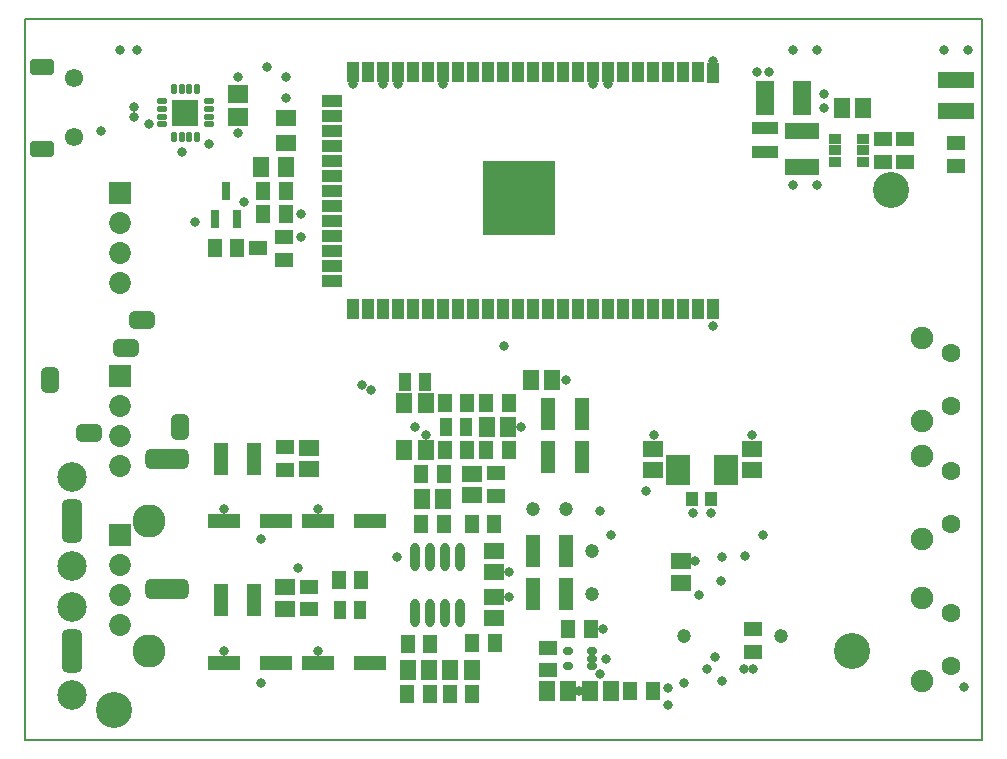
<source format=gts>
G04*
G04 #@! TF.GenerationSoftware,Altium Limited,Altium Designer,19.0.10 (269)*
G04*
G04 Layer_Color=8388736*
%FSLAX44Y44*%
%MOMM*%
G71*
G01*
G75*
%ADD13C,0.2000*%
%ADD17C,3.0480*%
%ADD18R,1.6532X1.3532*%
%ADD19R,2.3032X2.3032*%
%ADD20O,0.9532X0.5032*%
%ADD21O,0.5032X0.9532*%
%ADD22R,3.1532X1.4032*%
%ADD23R,1.2532X1.6032*%
%ADD24R,1.3532X1.6532*%
G04:AMPARAMS|DCode=25|XSize=0.6032mm|YSize=0.8532mm|CornerRadius=0.1516mm|HoleSize=0mm|Usage=FLASHONLY|Rotation=270.000|XOffset=0mm|YOffset=0mm|HoleType=Round|Shape=RoundedRectangle|*
%AMROUNDEDRECTD25*
21,1,0.6032,0.5500,0,0,270.0*
21,1,0.3000,0.8532,0,0,270.0*
1,1,0.3032,-0.2750,-0.1500*
1,1,0.3032,-0.2750,0.1500*
1,1,0.3032,0.2750,0.1500*
1,1,0.3032,0.2750,-0.1500*
%
%ADD25ROUNDEDRECTD25*%
%ADD26R,1.6032X1.2532*%
%ADD27R,2.1032X2.6032*%
%ADD28R,2.8032X1.3032*%
%ADD29C,1.1938*%
%ADD30R,1.0532X1.5032*%
%ADD31R,1.1032X1.2032*%
%ADD32R,1.2954X2.6924*%
%ADD33O,0.8032X2.4032*%
%ADD34R,1.0632X1.7032*%
%ADD35R,1.7032X1.0632*%
%ADD36R,6.1622X6.2442*%
%ADD37R,1.7532X1.5532*%
%ADD38R,0.8032X1.5532*%
%ADD39R,1.7032X1.4532*%
%ADD40R,1.1032X0.8532*%
%ADD41R,2.2032X1.0032*%
%ADD42R,1.4532X1.7032*%
%ADD43R,1.5532X3.0032*%
%ADD44R,2.9032X1.3532*%
%ADD45R,1.6032X1.2032*%
%ADD46C,1.8532*%
%ADD47R,1.8532X1.8532*%
%ADD48C,2.8032*%
G04:AMPARAMS|DCode=49|XSize=3.7032mm|YSize=1.7032mm|CornerRadius=0.4766mm|HoleSize=0mm|Usage=FLASHONLY|Rotation=180.000|XOffset=0mm|YOffset=0mm|HoleType=Round|Shape=RoundedRectangle|*
%AMROUNDEDRECTD49*
21,1,3.7032,0.7500,0,0,180.0*
21,1,2.7500,1.7032,0,0,180.0*
1,1,0.9532,-1.3750,0.3750*
1,1,0.9532,1.3750,0.3750*
1,1,0.9532,1.3750,-0.3750*
1,1,0.9532,-1.3750,-0.3750*
%
%ADD49ROUNDEDRECTD49*%
%ADD50C,2.5032*%
G04:AMPARAMS|DCode=51|XSize=3.7032mm|YSize=1.7032mm|CornerRadius=0.4766mm|HoleSize=0mm|Usage=FLASHONLY|Rotation=90.000|XOffset=0mm|YOffset=0mm|HoleType=Round|Shape=RoundedRectangle|*
%AMROUNDEDRECTD51*
21,1,3.7032,0.7500,0,0,90.0*
21,1,2.7500,1.7032,0,0,90.0*
1,1,0.9532,0.3750,1.3750*
1,1,0.9532,0.3750,-1.3750*
1,1,0.9532,-0.3750,-1.3750*
1,1,0.9532,-0.3750,1.3750*
%
%ADD51ROUNDEDRECTD51*%
G04:AMPARAMS|DCode=52|XSize=1.4032mm|YSize=2.1032mm|CornerRadius=0.4016mm|HoleSize=0mm|Usage=FLASHONLY|Rotation=90.000|XOffset=0mm|YOffset=0mm|HoleType=Round|Shape=RoundedRectangle|*
%AMROUNDEDRECTD52*
21,1,1.4032,1.3000,0,0,90.0*
21,1,0.6000,2.1032,0,0,90.0*
1,1,0.8032,0.6500,0.3000*
1,1,0.8032,0.6500,-0.3000*
1,1,0.8032,-0.6500,-0.3000*
1,1,0.8032,-0.6500,0.3000*
%
%ADD52ROUNDEDRECTD52*%
%ADD53C,1.5500*%
G04:AMPARAMS|DCode=54|XSize=2.2032mm|YSize=1.5032mm|CornerRadius=0.4266mm|HoleSize=0mm|Usage=FLASHONLY|Rotation=180.000|XOffset=0mm|YOffset=0mm|HoleType=Round|Shape=RoundedRectangle|*
%AMROUNDEDRECTD54*
21,1,2.2032,0.6500,0,0,180.0*
21,1,1.3500,1.5032,0,0,180.0*
1,1,0.8532,-0.6750,0.3250*
1,1,0.8532,0.6750,0.3250*
1,1,0.8532,0.6750,-0.3250*
1,1,0.8532,-0.6750,-0.3250*
%
%ADD54ROUNDEDRECTD54*%
G04:AMPARAMS|DCode=55|XSize=2.2032mm|YSize=1.5032mm|CornerRadius=0.4266mm|HoleSize=0mm|Usage=FLASHONLY|Rotation=90.000|XOffset=0mm|YOffset=0mm|HoleType=Round|Shape=RoundedRectangle|*
%AMROUNDEDRECTD55*
21,1,2.2032,0.6500,0,0,90.0*
21,1,1.3500,1.5032,0,0,90.0*
1,1,0.8532,0.3250,0.6750*
1,1,0.8532,0.3250,-0.6750*
1,1,0.8532,-0.3250,-0.6750*
1,1,0.8532,-0.3250,0.6750*
%
%ADD55ROUNDEDRECTD55*%
%ADD56C,1.9032*%
%ADD57C,1.6032*%
%ADD58C,0.8032*%
D13*
X0Y0D02*
X810000D01*
X0D02*
X0Y610000D01*
X810000D01*
Y0D02*
Y610000D01*
D17*
X700009Y75088D02*
D03*
X733009Y465088D02*
D03*
X75009Y25088D02*
D03*
D18*
X555000Y151000D02*
D03*
Y133000D02*
D03*
X531600Y246500D02*
D03*
Y228500D02*
D03*
X615000Y246500D02*
D03*
Y228500D02*
D03*
X378000Y225000D02*
D03*
Y207000D02*
D03*
X397000Y142000D02*
D03*
Y160000D02*
D03*
X240000Y229000D02*
D03*
Y247000D02*
D03*
X397000Y121000D02*
D03*
Y103000D02*
D03*
X220000Y111000D02*
D03*
Y129000D02*
D03*
D19*
X135750Y530750D02*
D03*
D20*
X156000Y540500D02*
D03*
Y534000D02*
D03*
Y527500D02*
D03*
Y521000D02*
D03*
X115500D02*
D03*
Y527500D02*
D03*
Y534000D02*
D03*
Y540500D02*
D03*
D21*
X145500Y510500D02*
D03*
X139000D02*
D03*
X132500D02*
D03*
X126000D02*
D03*
Y551000D02*
D03*
X132500D02*
D03*
X139000D02*
D03*
X145500D02*
D03*
D22*
X788250Y558500D02*
D03*
Y532300D02*
D03*
D23*
X531500Y41311D02*
D03*
X512500D02*
D03*
X355500Y245000D02*
D03*
X374500D02*
D03*
X390500D02*
D03*
X409500D02*
D03*
X355500Y285000D02*
D03*
X374500D02*
D03*
X390500D02*
D03*
X409500D02*
D03*
X460000Y94000D02*
D03*
X479000D02*
D03*
X335500Y183000D02*
D03*
X354500D02*
D03*
X354500Y225000D02*
D03*
X335500D02*
D03*
X284500Y135000D02*
D03*
X265500D02*
D03*
X397000Y183000D02*
D03*
X378000D02*
D03*
X324000Y81000D02*
D03*
X343000D02*
D03*
X378500Y39000D02*
D03*
X359500D02*
D03*
X342500D02*
D03*
X323500D02*
D03*
X397500Y82000D02*
D03*
X378500D02*
D03*
X220500Y465000D02*
D03*
X201500D02*
D03*
X220500Y445000D02*
D03*
X201500D02*
D03*
X179500Y416000D02*
D03*
X160500D02*
D03*
D24*
X460000Y41550D02*
D03*
X442000D02*
D03*
X691500Y535000D02*
D03*
X709500D02*
D03*
X339000Y245000D02*
D03*
X321000D02*
D03*
X391000Y265000D02*
D03*
X409000D02*
D03*
X339142Y285000D02*
D03*
X321142D02*
D03*
X428000Y305000D02*
D03*
X446000D02*
D03*
X478000Y41550D02*
D03*
X496000D02*
D03*
X336000Y204000D02*
D03*
X354000D02*
D03*
X360000Y59000D02*
D03*
X378000D02*
D03*
X324000D02*
D03*
X342000D02*
D03*
D25*
X480250Y62050D02*
D03*
Y68550D02*
D03*
Y75050D02*
D03*
X459750D02*
D03*
Y62050D02*
D03*
D26*
X726000Y489514D02*
D03*
Y508514D02*
D03*
X745000D02*
D03*
Y489514D02*
D03*
X616300Y93500D02*
D03*
Y74500D02*
D03*
X443000Y59050D02*
D03*
Y78050D02*
D03*
X399000Y206500D02*
D03*
Y225500D02*
D03*
X220000Y247500D02*
D03*
Y228500D02*
D03*
X240000Y129500D02*
D03*
Y110500D02*
D03*
X788250Y486000D02*
D03*
Y505000D02*
D03*
D27*
X552500Y228500D02*
D03*
X593500D02*
D03*
D28*
X248000Y185000D02*
D03*
X292000D02*
D03*
X168000D02*
D03*
X212000D02*
D03*
X248000Y65000D02*
D03*
X292000D02*
D03*
X168000D02*
D03*
X212000D02*
D03*
D29*
X480000Y160000D02*
D03*
Y123000D02*
D03*
X430000Y195000D02*
D03*
X458194Y195000D02*
D03*
X557750Y88000D02*
D03*
X640000Y88000D02*
D03*
D30*
X373500Y265000D02*
D03*
X356500D02*
D03*
X338500Y303000D02*
D03*
X321500D02*
D03*
X266500Y110000D02*
D03*
X283500D02*
D03*
D31*
X565000Y204000D02*
D03*
X581000D02*
D03*
D32*
X442903Y239000D02*
D03*
X471097D02*
D03*
X443045Y276000D02*
D03*
X471239D02*
D03*
X458194Y160000D02*
D03*
X430000D02*
D03*
X194097Y238000D02*
D03*
X165903D02*
D03*
X458194Y123000D02*
D03*
X430000D02*
D03*
X194097Y118000D02*
D03*
X165903D02*
D03*
D33*
X368100Y155000D02*
D03*
X355400D02*
D03*
X342700D02*
D03*
X330000D02*
D03*
X368100Y107000D02*
D03*
X355400D02*
D03*
X342700D02*
D03*
X330000D02*
D03*
D34*
X582400Y564900D02*
D03*
X569700Y565000D02*
D03*
X557000D02*
D03*
X544300D02*
D03*
X531600D02*
D03*
X518900D02*
D03*
X506200D02*
D03*
X493500D02*
D03*
X480800D02*
D03*
X468100D02*
D03*
X455400D02*
D03*
X442700D02*
D03*
X430000D02*
D03*
X417300D02*
D03*
X404600D02*
D03*
X391900D02*
D03*
X379200D02*
D03*
X366500D02*
D03*
X353800D02*
D03*
X341100D02*
D03*
X328400D02*
D03*
X315700D02*
D03*
X303000D02*
D03*
X290300D02*
D03*
X277600D02*
D03*
Y364900D02*
D03*
X290300D02*
D03*
X303000D02*
D03*
X315700D02*
D03*
X328400D02*
D03*
X341100D02*
D03*
X353800D02*
D03*
X366500D02*
D03*
X379200D02*
D03*
X391900D02*
D03*
X404600D02*
D03*
X417300D02*
D03*
X430000D02*
D03*
X442700D02*
D03*
X455400D02*
D03*
X468100D02*
D03*
X480800D02*
D03*
X493500D02*
D03*
X506200D02*
D03*
X518900D02*
D03*
X531600D02*
D03*
X544300D02*
D03*
X557000D02*
D03*
X569700D02*
D03*
X582400D02*
D03*
D35*
X260100Y388800D02*
D03*
Y401500D02*
D03*
Y414200D02*
D03*
Y426900D02*
D03*
Y439600D02*
D03*
Y452300D02*
D03*
Y465000D02*
D03*
Y477700D02*
D03*
Y490400D02*
D03*
Y503100D02*
D03*
Y515800D02*
D03*
Y528500D02*
D03*
Y541200D02*
D03*
D36*
X418258Y458686D02*
D03*
D37*
X180072Y527000D02*
D03*
Y547000D02*
D03*
D38*
X170000Y465000D02*
D03*
X179500Y441000D02*
D03*
X160500D02*
D03*
D39*
X221000Y526500D02*
D03*
Y505500D02*
D03*
D40*
X709500Y508514D02*
D03*
Y499014D02*
D03*
Y489514D02*
D03*
X685500D02*
D03*
Y499014D02*
D03*
Y508514D02*
D03*
D41*
X626000Y518000D02*
D03*
Y498000D02*
D03*
D42*
X200000Y485000D02*
D03*
X221000D02*
D03*
D43*
X626000Y543000D02*
D03*
X658000D02*
D03*
D44*
X658000Y515000D02*
D03*
Y485000D02*
D03*
D45*
X219000Y406500D02*
D03*
Y425500D02*
D03*
X197000Y416000D02*
D03*
D46*
X80400Y386900D02*
D03*
Y412300D02*
D03*
Y437700D02*
D03*
Y231900D02*
D03*
Y257300D02*
D03*
Y282700D02*
D03*
Y96900D02*
D03*
Y122300D02*
D03*
Y147700D02*
D03*
D47*
Y463100D02*
D03*
Y308100D02*
D03*
Y173100D02*
D03*
D48*
X105000Y75000D02*
D03*
Y185000D02*
D03*
D49*
X120000Y128000D02*
D03*
Y238000D02*
D03*
D50*
X40000Y112500D02*
D03*
Y37500D02*
D03*
Y222500D02*
D03*
Y147500D02*
D03*
D51*
Y75000D02*
D03*
Y185000D02*
D03*
D52*
X14500Y500000D02*
D03*
Y570000D02*
D03*
D53*
X41500Y560000D02*
D03*
Y510000D02*
D03*
D54*
X99000Y355500D02*
D03*
X85000Y331500D02*
D03*
X54000Y259500D02*
D03*
D55*
X131000Y265000D02*
D03*
X21000Y305000D02*
D03*
D56*
X759000Y120050D02*
D03*
Y49950D02*
D03*
Y240050D02*
D03*
Y169950D02*
D03*
Y340050D02*
D03*
Y269950D02*
D03*
D57*
X783900Y107450D02*
D03*
Y62550D02*
D03*
Y227450D02*
D03*
Y182550D02*
D03*
Y327450D02*
D03*
Y282550D02*
D03*
D58*
X487000Y55700D02*
D03*
X567000Y151000D02*
D03*
X557642Y48000D02*
D03*
X588781Y134000D02*
D03*
X135750Y530750D02*
D03*
X144000Y438000D02*
D03*
X205000Y570000D02*
D03*
X353800Y555000D02*
D03*
X798000Y584000D02*
D03*
X778000D02*
D03*
X670000D02*
D03*
X650000D02*
D03*
X95000D02*
D03*
X80400Y584000D02*
D03*
X640000Y88000D02*
D03*
X132500Y498000D02*
D03*
X582400Y575000D02*
D03*
X155500Y504000D02*
D03*
X458194Y195000D02*
D03*
X430000Y195000D02*
D03*
X418258Y473686D02*
D03*
X433258Y458686D02*
D03*
X418258Y443686D02*
D03*
X403258Y458686D02*
D03*
X418258D02*
D03*
X433258Y473686D02*
D03*
Y443686D02*
D03*
X403258D02*
D03*
Y473686D02*
D03*
X180000Y514000D02*
D03*
X221000Y543000D02*
D03*
Y560749D02*
D03*
X315700Y555000D02*
D03*
X303000D02*
D03*
X277600D02*
D03*
X493500D02*
D03*
X233500Y425500D02*
D03*
Y445000D02*
D03*
X185000Y455000D02*
D03*
X582400Y350000D02*
D03*
X488950Y94000D02*
D03*
X231000Y145000D02*
D03*
X491450Y68550D02*
D03*
X544272Y29000D02*
D03*
X544300Y44000D02*
D03*
X531999Y258000D02*
D03*
X526000Y211000D02*
D03*
X590250Y155000D02*
D03*
X615000Y258000D02*
D03*
X480800Y555000D02*
D03*
X557750Y88000D02*
D03*
X469000Y41311D02*
D03*
X200000Y170000D02*
D03*
Y48000D02*
D03*
X487000Y194000D02*
D03*
X496000Y173000D02*
D03*
X795000Y45000D02*
D03*
X624745Y173000D02*
D03*
X570750Y122619D02*
D03*
X609750Y155152D02*
D03*
X64535Y515000D02*
D03*
X405000Y333000D02*
D03*
X630000Y565000D02*
D03*
X620000D02*
D03*
X650000Y470000D02*
D03*
X670000D02*
D03*
X676000Y535000D02*
D03*
Y547000D02*
D03*
X105000Y521000D02*
D03*
X92000Y527000D02*
D03*
Y536000D02*
D03*
X589995Y49950D02*
D03*
X583750Y70000D02*
D03*
X577250Y60000D02*
D03*
X581000Y192000D02*
D03*
X565100D02*
D03*
X616000Y60000D02*
D03*
X608500D02*
D03*
X180072Y560749D02*
D03*
X480000Y123000D02*
D03*
Y160000D02*
D03*
X420000Y265000D02*
D03*
X458000Y305000D02*
D03*
X330000Y265000D02*
D03*
X339000Y258000D02*
D03*
X285000Y300000D02*
D03*
X293000Y296000D02*
D03*
X248000Y75000D02*
D03*
X168000D02*
D03*
X248000Y195000D02*
D03*
X168000Y195000D02*
D03*
X410000Y121000D02*
D03*
X410000Y142000D02*
D03*
X315000Y155000D02*
D03*
M02*

</source>
